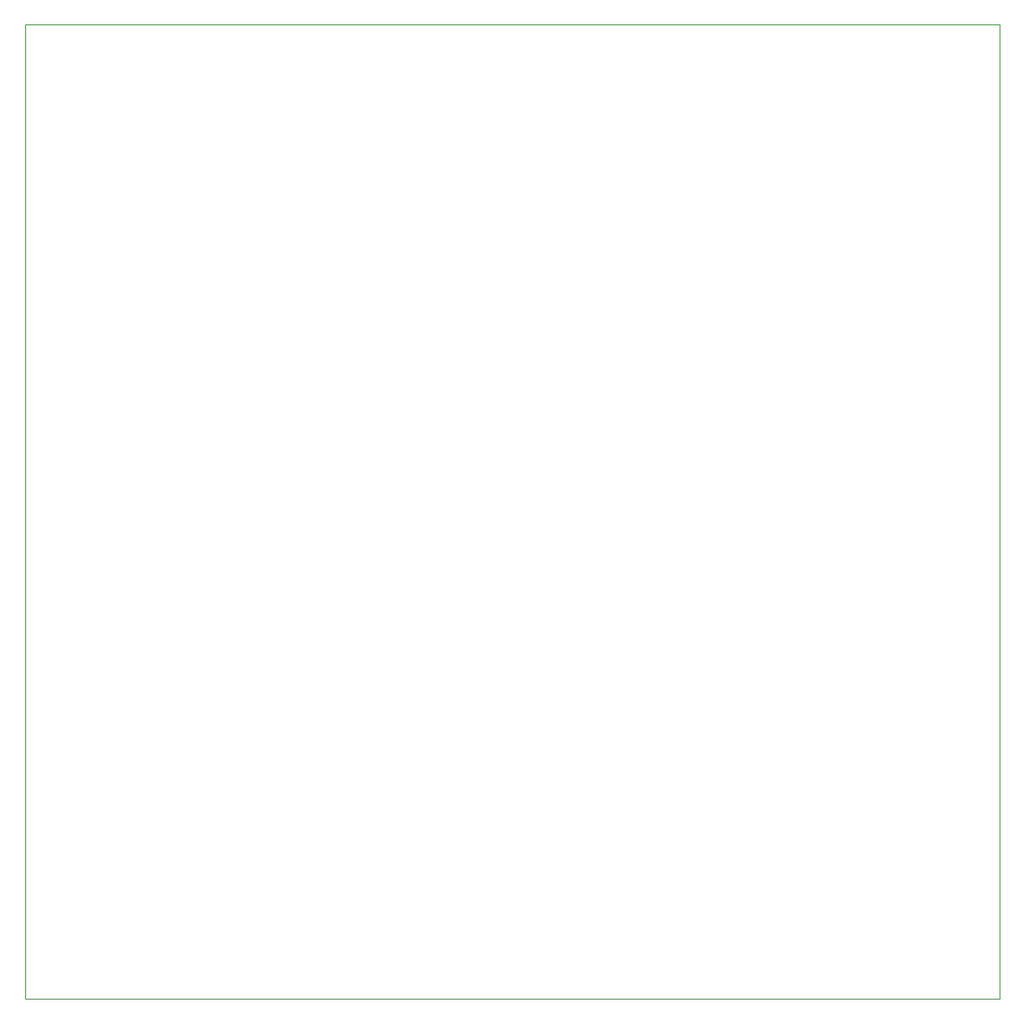
<source format=gbr>
%TF.GenerationSoftware,KiCad,Pcbnew,(5.1.9)-1*%
%TF.CreationDate,2021-06-30T11:31:53+01:00*%
%TF.ProjectId,VCDO,5643444f-2e6b-4696-9361-645f70636258,rev?*%
%TF.SameCoordinates,Original*%
%TF.FileFunction,Profile,NP*%
%FSLAX46Y46*%
G04 Gerber Fmt 4.6, Leading zero omitted, Abs format (unit mm)*
G04 Created by KiCad (PCBNEW (5.1.9)-1) date 2021-06-30 11:31:53*
%MOMM*%
%LPD*%
G01*
G04 APERTURE LIST*
%TA.AperFunction,Profile*%
%ADD10C,0.100000*%
%TD*%
G04 APERTURE END LIST*
D10*
X113000000Y-31000000D02*
X113000000Y-129000000D01*
X15000000Y-31000000D02*
X113000000Y-31000000D01*
X15000000Y-129000000D02*
X15000000Y-31000000D01*
X113000000Y-129000000D02*
X15000000Y-129000000D01*
M02*

</source>
